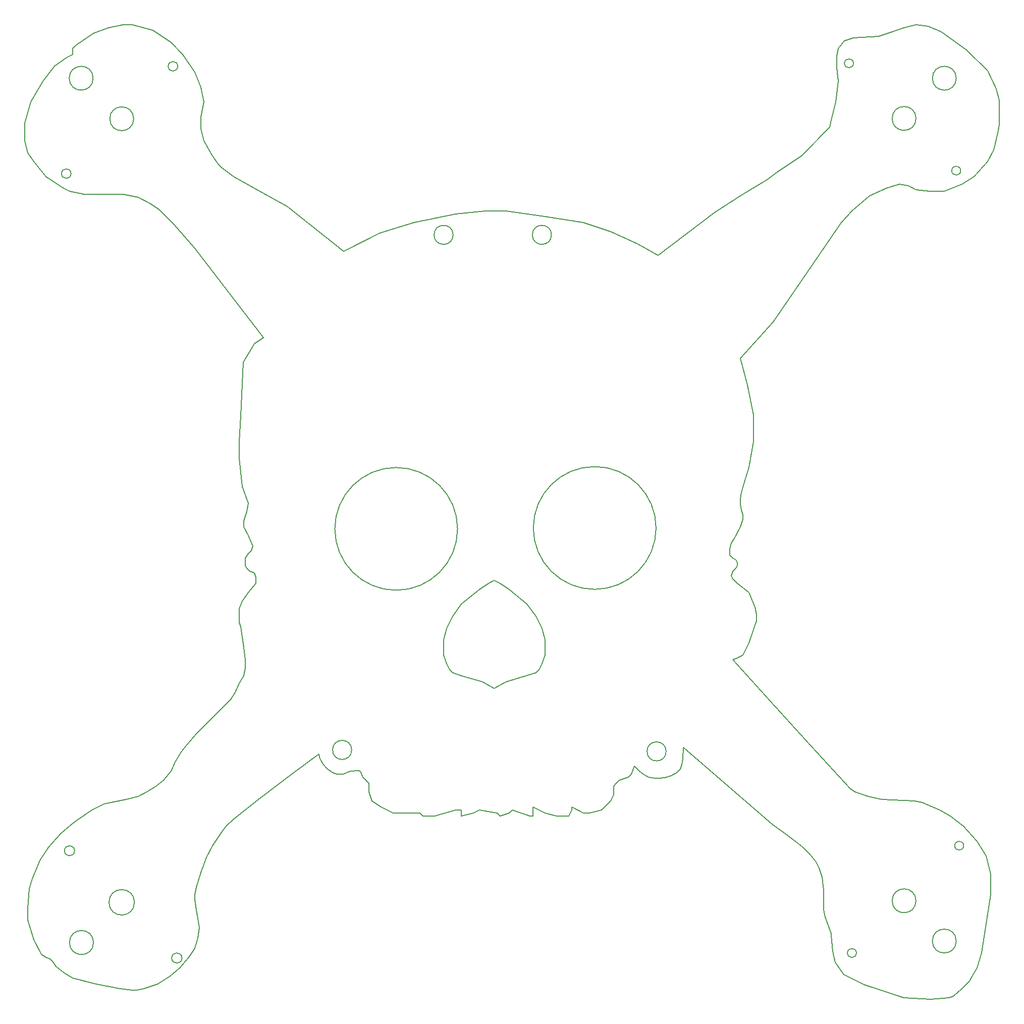
<source format=gbr>
G04 #@! TF.GenerationSoftware,KiCad,Pcbnew,(5.0.0-rc2-dev-26-g0d794b2)*
G04 #@! TF.CreationDate,2018-07-01T20:50:18-07:00*
G04 #@! TF.ProjectId,Skull_badge,536B756C6C5F62616467652E6B696361,rev?*
G04 #@! TF.SameCoordinates,Original*
G04 #@! TF.FileFunction,Profile,NP*
%FSLAX46Y46*%
G04 Gerber Fmt 4.6, Leading zero omitted, Abs format (unit mm)*
G04 Created by KiCad (PCBNEW (5.0.0-rc2-dev-26-g0d794b2)) date Sunday, July 01, 2018 at 08:50:18 PM*
%MOMM*%
%LPD*%
G01*
G04 APERTURE LIST*
%ADD10C,0.150000*%
G04 APERTURE END LIST*
D10*
X94829113Y-163332157D02*
X90250000Y-166750000D01*
X94929113Y-163932157D02*
X94829113Y-163332157D01*
X95129113Y-164332157D02*
X94929113Y-163932157D01*
X95529113Y-165032157D02*
X95129113Y-164332157D01*
X96229113Y-165832157D02*
X95529113Y-165032157D01*
X97129113Y-166532157D02*
X96229113Y-165832157D01*
X97929113Y-166732157D02*
X97129113Y-166532157D01*
X98929113Y-166732157D02*
X97929113Y-166732157D01*
X100129113Y-166232157D02*
X98929113Y-166732157D01*
X101329113Y-166132157D02*
X100129113Y-166232157D01*
X101750000Y-166250000D02*
X101329113Y-166132157D01*
X148029113Y-165632157D02*
X147729113Y-165432157D01*
X148529113Y-166132157D02*
X148029113Y-165632157D01*
X149129113Y-166632157D02*
X148529113Y-166132157D01*
X149529113Y-166932157D02*
X149129113Y-166632157D01*
X150129113Y-167232157D02*
X149529113Y-166932157D01*
X151129113Y-167432157D02*
X150129113Y-167232157D01*
X151929113Y-167432157D02*
X151129113Y-167432157D01*
X152829113Y-167332157D02*
X151929113Y-167432157D01*
X153929113Y-167032157D02*
X152829113Y-167332157D01*
X154829113Y-166532157D02*
X153929113Y-167032157D01*
X155429113Y-165932157D02*
X154829113Y-166532157D01*
X155729113Y-165132157D02*
X155429113Y-165932157D01*
X155929113Y-164232157D02*
X155729113Y-165132157D01*
X155939113Y-162261570D02*
X155929113Y-164232157D01*
X147729113Y-165432157D02*
X147250000Y-166750000D01*
X171000000Y-175250000D02*
X155939113Y-162262157D01*
X100329113Y-162682157D02*
G75*
G03X100329113Y-162682157I-1600000J0D01*
G01*
X153079113Y-162932157D02*
G75*
G03X153079113Y-162932157I-1600000J0D01*
G01*
X171029113Y-90932157D02*
X165500000Y-97000000D01*
X182500000Y-74250000D02*
X171029113Y-90932157D01*
X81750000Y-106750000D02*
X82154113Y-97707157D01*
X84000000Y-94500000D02*
X82154113Y-97707157D01*
X186304113Y-202032157D02*
X193000000Y-204250000D01*
X180750000Y-193500000D02*
X180779113Y-193882157D01*
X182929113Y-200357157D02*
X186304113Y-202032157D01*
X181429113Y-198332157D02*
X182929113Y-200357157D01*
X181054113Y-196482157D02*
X181429113Y-198332157D01*
X180779113Y-193882157D02*
X181054113Y-196482157D01*
X178750000Y-182500000D02*
X179250000Y-184000000D01*
X179500000Y-186250000D02*
X179500000Y-189500000D01*
X179500000Y-189500000D02*
X179750000Y-190750000D01*
X179750000Y-190750000D02*
X180750000Y-193500000D01*
X180500000Y-58250000D02*
X180750000Y-57000000D01*
X175750000Y-63000000D02*
X180500000Y-58250000D01*
X209000000Y-53750000D02*
X209000000Y-57750000D01*
X184250000Y-72250000D02*
X182500000Y-74250000D01*
X187250000Y-69750000D02*
X184250000Y-72250000D01*
X190000000Y-68500000D02*
X187250000Y-69750000D01*
X192250000Y-67750000D02*
X190000000Y-68500000D01*
X193750000Y-68000000D02*
X192250000Y-67750000D01*
X195000000Y-68750000D02*
X193750000Y-68000000D01*
X197250000Y-69000000D02*
X195000000Y-68750000D01*
X199750000Y-69000000D02*
X197250000Y-69000000D01*
X202750000Y-67750000D02*
X199750000Y-69000000D01*
X204750000Y-66500000D02*
X202750000Y-67750000D01*
X207000000Y-64000000D02*
X204750000Y-66500000D01*
X208000000Y-62000000D02*
X207000000Y-64000000D01*
X208750000Y-59250000D02*
X208000000Y-62000000D01*
X209000000Y-57750000D02*
X208750000Y-59250000D01*
X208500000Y-51750000D02*
X209000000Y-53750000D01*
X207000000Y-48750000D02*
X208500000Y-51750000D01*
X203500000Y-45250000D02*
X207000000Y-48750000D01*
X199250000Y-42250000D02*
X203500000Y-45250000D01*
X197000000Y-41250000D02*
X199250000Y-42250000D01*
X195000000Y-41000000D02*
X197000000Y-41250000D01*
X193000000Y-41500000D02*
X195000000Y-41000000D01*
X191000000Y-42250000D02*
X193000000Y-41500000D01*
X188750000Y-43000000D02*
X191000000Y-42250000D01*
X184500000Y-43250000D02*
X188750000Y-43000000D01*
X183000000Y-43750000D02*
X184500000Y-43250000D01*
X182000000Y-45000000D02*
X183000000Y-43750000D01*
X181750000Y-46250000D02*
X182000000Y-45000000D01*
X181750000Y-48250000D02*
X181750000Y-46250000D01*
X182000000Y-50500000D02*
X181750000Y-48250000D01*
X181500000Y-54000000D02*
X182000000Y-50500000D01*
X180750000Y-57000000D02*
X181500000Y-54000000D01*
X184500000Y-47500000D02*
G75*
G03X184500000Y-47500000I-750000J0D01*
G01*
X201750000Y-50000000D02*
G75*
G03X201750000Y-50000000I-2000000J0D01*
G01*
X202500000Y-65500000D02*
G75*
G03X202500000Y-65500000I-750000J0D01*
G01*
X195000000Y-56750000D02*
G75*
G03X195000000Y-56750000I-2000000J0D01*
G01*
X174000000Y-64250000D02*
X175750000Y-63000000D01*
X171750000Y-65750000D02*
X174000000Y-64250000D01*
X170000000Y-67000000D02*
X171750000Y-65750000D01*
X165500000Y-69750000D02*
X170000000Y-67000000D01*
X161250000Y-72500000D02*
X165500000Y-69750000D01*
X151750000Y-79750000D02*
X161250000Y-72500000D01*
X197500000Y-204500000D02*
X193000000Y-204250000D01*
X200500000Y-204250000D02*
X197500000Y-204500000D01*
X165000000Y-147250000D02*
X166000000Y-146750000D01*
X164250000Y-147500000D02*
X165000000Y-147250000D01*
X170500000Y-154500000D02*
X164250000Y-147500000D01*
X176500000Y-161000000D02*
X170500000Y-154500000D01*
X184000000Y-169250000D02*
X176500000Y-161000000D01*
X184750000Y-169750000D02*
X184000000Y-169250000D01*
X187000000Y-170500000D02*
X184750000Y-169750000D01*
X189250000Y-171000000D02*
X187000000Y-170500000D01*
X194750000Y-171250000D02*
X189250000Y-171000000D01*
X196000000Y-171500000D02*
X194750000Y-171250000D01*
X199000000Y-172750000D02*
X196000000Y-171500000D01*
X200750000Y-173750000D02*
X199000000Y-172750000D01*
X203000000Y-175500000D02*
X200750000Y-173750000D01*
X205250000Y-178000000D02*
X203000000Y-175500000D01*
X206750000Y-180500000D02*
X205250000Y-178000000D01*
X207500000Y-183500000D02*
X206750000Y-180500000D01*
X207500000Y-187000000D02*
X207500000Y-183500000D01*
X206000000Y-196750000D02*
X207500000Y-187000000D01*
X205250000Y-199250000D02*
X206000000Y-196750000D01*
X204500000Y-200500000D02*
X205250000Y-199250000D01*
X204000000Y-201500000D02*
X204500000Y-200500000D01*
X202750000Y-202750000D02*
X204000000Y-201500000D01*
X201250000Y-204000000D02*
X202750000Y-202750000D01*
X200500000Y-204250000D02*
X201250000Y-204000000D01*
X179250000Y-184000000D02*
X179500000Y-186250000D01*
X178250000Y-181500000D02*
X178750000Y-182500000D01*
X177250000Y-180250000D02*
X178250000Y-181500000D01*
X176000000Y-179000000D02*
X177250000Y-180250000D01*
X174750000Y-178000000D02*
X176000000Y-179000000D01*
X172750000Y-176500000D02*
X174750000Y-178000000D01*
X171000000Y-175250000D02*
X172750000Y-176500000D01*
X85000000Y-170750000D02*
X90250000Y-166750000D01*
X80500000Y-174250000D02*
X85000000Y-170750000D01*
X79250000Y-175500000D02*
X80500000Y-174250000D01*
X78500000Y-176500000D02*
X79250000Y-175500000D01*
X77000000Y-178750000D02*
X78500000Y-176500000D01*
X76000000Y-180750000D02*
X77000000Y-178750000D01*
X75000000Y-183250000D02*
X76000000Y-180750000D01*
X74250000Y-185750000D02*
X75000000Y-183250000D01*
X74000000Y-187000000D02*
X74250000Y-185750000D01*
X74000000Y-187750000D02*
X74000000Y-187000000D01*
X74250000Y-189500000D02*
X74000000Y-187750000D01*
X74500000Y-191000000D02*
X74250000Y-189500000D01*
X74750000Y-192500000D02*
X74500000Y-191000000D01*
X74500000Y-194250000D02*
X74750000Y-192500000D01*
X74000000Y-196000000D02*
X74500000Y-194250000D01*
X73000000Y-197500000D02*
X74000000Y-196000000D01*
X71500000Y-199250000D02*
X73000000Y-197500000D01*
X69750000Y-200750000D02*
X71500000Y-199250000D01*
X67750000Y-202000000D02*
X69750000Y-200750000D01*
X65500000Y-202750000D02*
X67750000Y-202000000D01*
X64250000Y-203000000D02*
X65500000Y-202750000D01*
X63500000Y-203000000D02*
X64250000Y-203000000D01*
X61500000Y-202750000D02*
X63500000Y-203000000D01*
X57500000Y-202000000D02*
X61500000Y-202750000D01*
X53500000Y-201000000D02*
X57500000Y-202000000D01*
X52000000Y-200000000D02*
X53500000Y-201000000D01*
X50750000Y-199000000D02*
X52000000Y-200000000D01*
X50250000Y-198250000D02*
X50750000Y-199000000D01*
X49750000Y-197750000D02*
X50250000Y-198250000D01*
X49000000Y-197500000D02*
X49750000Y-197750000D01*
X48250000Y-197000000D02*
X49000000Y-197500000D01*
X47000000Y-194500000D02*
X48250000Y-197000000D01*
X46000000Y-191250000D02*
X47000000Y-194500000D01*
X46000000Y-189250000D02*
X46000000Y-191250000D01*
X46250000Y-186000000D02*
X46000000Y-189250000D01*
X46750000Y-184250000D02*
X46250000Y-186000000D01*
X48000000Y-181250000D02*
X46750000Y-184250000D01*
X49500000Y-179000000D02*
X48000000Y-181250000D01*
X51500000Y-176750000D02*
X49500000Y-179000000D01*
X53250000Y-175250000D02*
X51500000Y-176750000D01*
X54250000Y-174500000D02*
X53250000Y-175250000D01*
X56750000Y-172750000D02*
X54250000Y-174500000D01*
X58750000Y-171750000D02*
X56750000Y-172750000D01*
X60000000Y-171500000D02*
X58750000Y-171750000D01*
X62500000Y-171000000D02*
X60000000Y-171500000D01*
X64500000Y-170500000D02*
X62500000Y-171000000D01*
X66000000Y-169750000D02*
X64500000Y-170500000D01*
X67500000Y-168750000D02*
X66000000Y-169750000D01*
X68750000Y-167750000D02*
X67500000Y-168750000D01*
X70000000Y-166250000D02*
X68750000Y-167750000D01*
X70750000Y-164750000D02*
X70000000Y-166250000D01*
X71750000Y-163000000D02*
X70750000Y-164750000D01*
X72750000Y-161750000D02*
X71750000Y-163000000D01*
X74250000Y-160000000D02*
X72750000Y-161750000D01*
X76500000Y-157750000D02*
X74250000Y-160000000D01*
X80000000Y-154250000D02*
X76500000Y-157750000D01*
X80750000Y-153000000D02*
X80000000Y-154250000D01*
X81500000Y-151500000D02*
X80750000Y-153000000D01*
X105000000Y-76000000D02*
X110750000Y-74250000D01*
X99000000Y-79000000D02*
X105000000Y-76000000D01*
X85500000Y-93500000D02*
X84000000Y-94500000D01*
X74000000Y-78500000D02*
X85500000Y-93500000D01*
X70500000Y-74500000D02*
X74000000Y-78500000D01*
X68000000Y-72000000D02*
X70500000Y-74500000D01*
X66500000Y-71000000D02*
X68000000Y-72000000D01*
X64500000Y-70000000D02*
X66500000Y-71000000D01*
X62000000Y-69500000D02*
X64500000Y-70000000D01*
X61000000Y-69500000D02*
X62000000Y-69500000D01*
X55500000Y-69500000D02*
X61000000Y-69500000D01*
X53000000Y-69000000D02*
X55500000Y-69500000D01*
X52000000Y-68500000D02*
X53000000Y-69000000D01*
X49000000Y-66500000D02*
X52000000Y-68500000D01*
X47000000Y-64000000D02*
X49000000Y-66500000D01*
X46000000Y-62500000D02*
X47000000Y-64000000D01*
X45500000Y-60500000D02*
X46000000Y-62500000D01*
X45500000Y-57500000D02*
X45500000Y-60500000D01*
X46500000Y-54000000D02*
X45500000Y-57500000D01*
X48500000Y-50500000D02*
X46500000Y-54000000D01*
X50500000Y-48000000D02*
X48500000Y-50500000D01*
X52500000Y-46500000D02*
X50500000Y-48000000D01*
X53500000Y-46000000D02*
X52500000Y-46500000D01*
X53500000Y-45500000D02*
X53500000Y-46000000D01*
X53500000Y-45000000D02*
X53500000Y-45500000D01*
X54000000Y-44500000D02*
X53500000Y-45000000D01*
X57000000Y-42500000D02*
X54000000Y-44500000D01*
X59500000Y-41500000D02*
X57000000Y-42500000D01*
X62000000Y-41000000D02*
X59500000Y-41500000D01*
X63500000Y-41000000D02*
X62000000Y-41000000D01*
X67000000Y-42000000D02*
X63500000Y-41000000D01*
X70000000Y-44000000D02*
X67000000Y-42000000D01*
X72000000Y-46000000D02*
X70000000Y-44000000D01*
X74000000Y-49000000D02*
X72000000Y-46000000D01*
X75000000Y-51500000D02*
X74000000Y-49000000D01*
X75500000Y-54000000D02*
X75000000Y-51500000D01*
X75000000Y-56500000D02*
X75500000Y-54000000D01*
X75000000Y-58500000D02*
X75000000Y-56500000D01*
X75500000Y-60500000D02*
X75000000Y-58500000D01*
X77000000Y-63000000D02*
X75500000Y-60500000D01*
X78000000Y-64500000D02*
X77000000Y-63000000D01*
X78500000Y-65000000D02*
X78000000Y-64500000D01*
X80500000Y-66500000D02*
X78500000Y-65000000D01*
X84000000Y-68500000D02*
X80500000Y-66500000D01*
X89500000Y-71500000D02*
X84000000Y-68500000D01*
X99000000Y-79000000D02*
X89500000Y-71500000D01*
X82250000Y-150250000D02*
X81500000Y-151500000D01*
X201750000Y-194750000D02*
G75*
G03X201750000Y-194750000I-2000000J0D01*
G01*
X195000000Y-188000000D02*
G75*
G03X195000000Y-188000000I-2000000J0D01*
G01*
X185000000Y-196750000D02*
G75*
G03X185000000Y-196750000I-750000J0D01*
G01*
X203000000Y-178750000D02*
G75*
G03X203000000Y-178750000I-750000J0D01*
G01*
X53848528Y-179600000D02*
G75*
G03X53848528Y-179600000I-848528J0D01*
G01*
X71860233Y-197600000D02*
G75*
G03X71860233Y-197600000I-860233J0D01*
G01*
X63886001Y-188250000D02*
G75*
G03X63886001Y-188250000I-2136001J0D01*
G01*
X57015564Y-195000000D02*
G75*
G03X57015564Y-195000000I-2015564J0D01*
G01*
X56950000Y-50000000D02*
G75*
G03X56950000Y-50000000I-2000000J0D01*
G01*
X63750000Y-56800000D02*
G75*
G03X63750000Y-56800000I-2000000J0D01*
G01*
X71150000Y-48000000D02*
G75*
G03X71150000Y-48000000I-800000J0D01*
G01*
X53250000Y-66000000D02*
G75*
G03X53250000Y-66000000I-800000J0D01*
G01*
X166750000Y-101500000D02*
X165500000Y-97000000D01*
X167750000Y-106500000D02*
X166750000Y-101500000D01*
X167750000Y-111000000D02*
X167750000Y-106500000D01*
X167000000Y-115250000D02*
X167750000Y-111000000D01*
X166250000Y-117750000D02*
X167000000Y-115250000D01*
X165750000Y-119500000D02*
X166250000Y-117750000D01*
X165500000Y-120500000D02*
X165750000Y-119500000D01*
X165500000Y-121500000D02*
X165500000Y-120500000D01*
X165750000Y-122500000D02*
X165500000Y-121500000D01*
X166000000Y-123250000D02*
X165750000Y-122500000D01*
X166000000Y-124000000D02*
X166000000Y-123250000D01*
X165500000Y-125250000D02*
X166000000Y-124000000D01*
X164500000Y-127250000D02*
X165500000Y-125250000D01*
X164000000Y-128000000D02*
X164500000Y-127250000D01*
X163750000Y-129000000D02*
X164000000Y-128000000D01*
X163750000Y-130000000D02*
X163750000Y-129000000D01*
X164250000Y-130500000D02*
X163750000Y-130000000D01*
X164750000Y-130750000D02*
X164250000Y-130500000D01*
X165000000Y-131250000D02*
X164750000Y-130750000D01*
X165000000Y-131750000D02*
X165000000Y-131250000D01*
X164750000Y-132250000D02*
X165000000Y-131750000D01*
X164500000Y-132500000D02*
X164750000Y-132250000D01*
X164250000Y-132750000D02*
X164500000Y-132500000D01*
X164000000Y-133500000D02*
X164250000Y-132750000D01*
X164250000Y-134000000D02*
X164000000Y-133500000D01*
X165000000Y-134750000D02*
X164250000Y-134000000D01*
X167000000Y-136250000D02*
X165000000Y-134750000D01*
X168000000Y-138750000D02*
X167000000Y-136250000D01*
X168250000Y-140000000D02*
X168000000Y-138750000D01*
X168250000Y-141000000D02*
X168250000Y-140000000D01*
X167000000Y-144750000D02*
X168250000Y-141000000D01*
X166000000Y-146750000D02*
X167000000Y-144750000D01*
X82500000Y-149000000D02*
X82250000Y-150250000D01*
X82500000Y-147500000D02*
X82500000Y-149000000D01*
X82250000Y-145500000D02*
X82500000Y-147500000D01*
X82000000Y-143750000D02*
X82250000Y-145500000D01*
X81750000Y-142000000D02*
X82000000Y-143750000D01*
X81500000Y-141250000D02*
X81750000Y-142000000D01*
X81500000Y-140000000D02*
X81500000Y-141250000D01*
X81500000Y-139000000D02*
X81500000Y-140000000D01*
X82000000Y-137750000D02*
X81500000Y-139000000D01*
X83000000Y-136250000D02*
X82000000Y-137750000D01*
X84250000Y-134750000D02*
X83000000Y-136250000D01*
X84250000Y-133750000D02*
X84250000Y-134750000D01*
X84000000Y-133000000D02*
X84250000Y-133750000D01*
X83250000Y-132750000D02*
X84000000Y-133000000D01*
X82750000Y-132250000D02*
X83250000Y-132750000D01*
X82500000Y-131750000D02*
X82750000Y-132250000D01*
X82500000Y-131250000D02*
X82500000Y-131750000D01*
X82500000Y-130500000D02*
X82500000Y-131250000D01*
X83000000Y-129750000D02*
X82500000Y-130500000D01*
X83500000Y-129250000D02*
X83000000Y-129750000D01*
X83750000Y-128500000D02*
X83500000Y-129250000D01*
X83000000Y-126750000D02*
X83750000Y-128500000D01*
X82250000Y-125250000D02*
X83000000Y-126750000D01*
X82250000Y-124250000D02*
X82250000Y-125250000D01*
X82750000Y-122750000D02*
X82250000Y-124250000D01*
X83000000Y-121250000D02*
X82750000Y-122750000D01*
X82000000Y-118500000D02*
X83000000Y-121250000D01*
X81500000Y-113750000D02*
X82000000Y-118500000D01*
X81500000Y-111000000D02*
X81500000Y-113750000D01*
X81750000Y-106750000D02*
X81500000Y-111000000D01*
X133845100Y-76276200D02*
G75*
G03X133845100Y-76276200I-1600000J0D01*
G01*
X117347800Y-76276200D02*
G75*
G03X117347800Y-76276200I-1600000J0D01*
G01*
X146750000Y-167250000D02*
X147250000Y-166750000D01*
X145250000Y-167750000D02*
X146750000Y-167250000D01*
X144750000Y-168250000D02*
X145250000Y-167750000D01*
X144250000Y-168750000D02*
X144750000Y-168250000D01*
X144250000Y-170250000D02*
X144250000Y-168750000D01*
X143750000Y-171250000D02*
X144250000Y-170250000D01*
X142250000Y-172750000D02*
X143750000Y-171250000D01*
X140250000Y-173250000D02*
X142250000Y-172750000D01*
X139250000Y-173250000D02*
X140250000Y-173250000D01*
X137250000Y-172250000D02*
X139250000Y-173250000D01*
X137250000Y-172750000D02*
X137250000Y-172250000D01*
X136750000Y-173750000D02*
X137250000Y-172750000D01*
X136250000Y-173750000D02*
X136750000Y-173750000D01*
X134750000Y-173750000D02*
X136250000Y-173750000D01*
X132750000Y-173250000D02*
X134750000Y-173750000D01*
X130750000Y-172250000D02*
X132750000Y-173250000D01*
X130750000Y-173750000D02*
X130750000Y-172250000D01*
X130250000Y-173750000D02*
X130750000Y-173750000D01*
X127250000Y-172750000D02*
X130250000Y-173750000D01*
X126750000Y-173250000D02*
X127250000Y-172750000D01*
X125250000Y-173750000D02*
X126750000Y-173250000D01*
X124750000Y-173250000D02*
X125250000Y-173750000D01*
X121750000Y-172750000D02*
X124750000Y-173250000D01*
X120750000Y-173250000D02*
X121750000Y-172750000D01*
X118750000Y-173750000D02*
X120750000Y-173250000D01*
X118750000Y-172750000D02*
X118750000Y-173750000D01*
X117750000Y-172750000D02*
X118750000Y-172750000D01*
X114250000Y-173750000D02*
X117750000Y-172750000D01*
X112250000Y-173750000D02*
X114250000Y-173750000D01*
X111750000Y-173250000D02*
X112250000Y-173750000D01*
X110750000Y-173250000D02*
X111750000Y-173250000D01*
X107250000Y-173250000D02*
X110750000Y-173250000D01*
X105250000Y-172250000D02*
X107250000Y-173250000D01*
X103750000Y-171250000D02*
X105250000Y-172250000D01*
X103250000Y-169750000D02*
X103750000Y-171250000D01*
X103250000Y-168250000D02*
X103250000Y-169750000D01*
X102750000Y-167750000D02*
X103250000Y-168250000D01*
X102250000Y-167250000D02*
X102750000Y-167750000D01*
X101750000Y-166250000D02*
X102250000Y-167250000D01*
X117750000Y-72750000D02*
X110750000Y-74250000D01*
X122750000Y-72250000D02*
X117750000Y-72750000D01*
X124750000Y-72250000D02*
X122750000Y-72250000D01*
X126250000Y-72250000D02*
X124750000Y-72250000D01*
X133250000Y-73250000D02*
X126250000Y-72250000D01*
X139250000Y-74250000D02*
X133250000Y-73250000D01*
X143750000Y-75750000D02*
X139250000Y-74250000D01*
X148250000Y-77750000D02*
X143750000Y-75750000D01*
X151750000Y-79750000D02*
X148250000Y-77750000D01*
X124256800Y-152323800D02*
X122250000Y-151250000D01*
X126250000Y-151250000D02*
X124256800Y-152323800D01*
X131250000Y-149750000D02*
X126250000Y-151250000D01*
X131750000Y-149250000D02*
X131250000Y-149750000D01*
X132250000Y-148250000D02*
X131750000Y-149250000D01*
X132750000Y-146750000D02*
X132250000Y-148250000D01*
X132750000Y-144250000D02*
X132750000Y-146750000D01*
X132250000Y-142250000D02*
X132750000Y-144250000D01*
X131250000Y-140250000D02*
X132250000Y-142250000D01*
X129750000Y-138250000D02*
X131250000Y-140250000D01*
X126750000Y-135750000D02*
X129750000Y-138250000D01*
X125250000Y-134750000D02*
X126750000Y-135750000D01*
X124250000Y-134250000D02*
X125250000Y-134750000D01*
X118750000Y-150250000D02*
X122250000Y-151250000D01*
X117250000Y-149750000D02*
X118750000Y-150250000D01*
X116750000Y-149250000D02*
X117250000Y-149750000D01*
X116250000Y-148250000D02*
X116750000Y-149250000D01*
X115750000Y-146750000D02*
X116250000Y-148250000D01*
X115750000Y-145250000D02*
X115750000Y-146750000D01*
X115750000Y-144250000D02*
X115750000Y-145250000D01*
X116250000Y-142250000D02*
X115750000Y-144250000D01*
X116750000Y-141250000D02*
X116250000Y-142250000D01*
X117250000Y-140250000D02*
X116750000Y-141250000D01*
X118750000Y-138250000D02*
X117250000Y-140250000D01*
X121750000Y-135750000D02*
X118750000Y-138250000D01*
X123250000Y-134750000D02*
X121750000Y-135750000D01*
X124250000Y-134250000D02*
X123250000Y-134750000D01*
X151395630Y-125450000D02*
G75*
G03X151395630Y-125450000I-10295630J0D01*
G01*
X118095630Y-125600000D02*
G75*
G03X118095630Y-125600000I-10295630J0D01*
G01*
M02*

</source>
